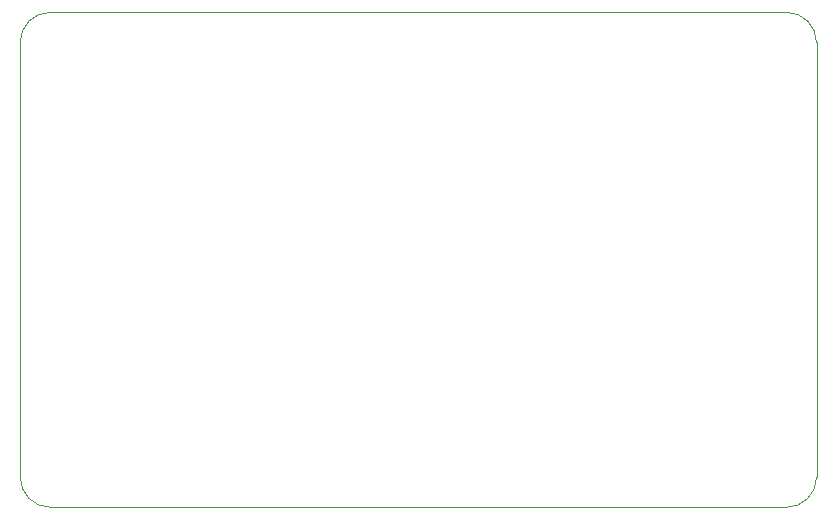
<source format=gm1>
G04 #@! TF.GenerationSoftware,KiCad,Pcbnew,8.0.9*
G04 #@! TF.CreationDate,2025-03-02T13:58:42+01:00*
G04 #@! TF.ProjectId,cjss202,636a7373-3230-4322-9e6b-696361645f70,rev?*
G04 #@! TF.SameCoordinates,Original*
G04 #@! TF.FileFunction,Profile,NP*
%FSLAX46Y46*%
G04 Gerber Fmt 4.6, Leading zero omitted, Abs format (unit mm)*
G04 Created by KiCad (PCBNEW 8.0.9) date 2025-03-02 13:58:42*
%MOMM*%
%LPD*%
G01*
G04 APERTURE LIST*
G04 #@! TA.AperFunction,Profile*
%ADD10C,0.050000*%
G04 #@! TD*
G04 APERTURE END LIST*
D10*
X27831051Y-64770000D02*
X27831051Y-27940000D01*
X30371051Y-67310000D02*
G75*
G02*
X27831050Y-64770000I-1J2540000D01*
G01*
X95250000Y-64770000D02*
G75*
G02*
X92710000Y-67310000I-2540000J0D01*
G01*
X27831051Y-27940000D02*
G75*
G02*
X30371051Y-25400001I2539999J0D01*
G01*
X92710000Y-67310000D02*
X30371051Y-67310000D01*
X92710000Y-25400000D02*
G75*
G02*
X95250000Y-27940000I0J-2540000D01*
G01*
X95250000Y-27940000D02*
X95250000Y-64770000D01*
X30371051Y-25400000D02*
X92710000Y-25400000D01*
M02*

</source>
